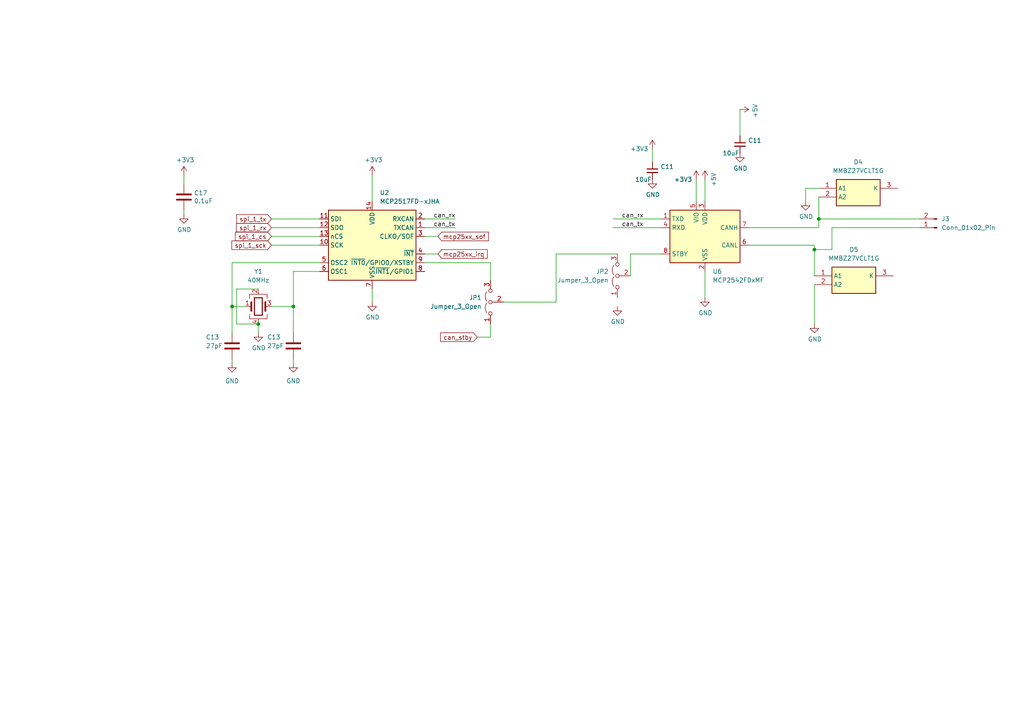
<source format=kicad_sch>
(kicad_sch (version 20230121) (generator eeschema)
  (paper "A4")
  (lib_symbols
    (symbol "Connector:Conn_01x02_Pin" (pin_names (offset 1.016) hide)
      (property "Reference" "J" (at 0 2.54 0))
      (property "Value" "Conn_01x02_Pin" (at 0 -5.08 0))
      (symbol "Conn_01x02_Pin_1_1"
        (polyline (pts (xy 1.27 -2.54) (xy 0.8636 -2.54)) (stroke (width 0.1524)))
        (polyline (pts (xy 1.27 0) (xy 0.8636 0)) (stroke (width 0.1524)))
        (rectangle (start 0.8636 -2.413) (end 0 -2.667) (stroke (width 0.1524)) (fill (type outline)))
        (rectangle (start 0.8636 0.127) (end 0 -0.127) (stroke (width 0.1524)) (fill (type outline)))
        (pin passive line (at 5.08 0 180) (length 3.81) (name "Pin_1") (number "1"))
        (pin passive line (at 5.08 -2.54 180) (length 3.81) (name "Pin_2") (number "2"))
      )
    )
    (symbol "Device:C" (pin_numbers hide) (pin_names (offset 0.254))
      (property "Reference" "C" (at 0.635 2.54 0))
      (property "Value" "C" (at 0.635 -2.54 0))
      (symbol "C_0_1"
        (polyline (pts (xy -2.032 -0.762) (xy 2.032 -0.762)) (stroke (width 0.508)))
        (polyline (pts (xy -2.032 0.762) (xy 2.032 0.762)) (stroke (width 0.508)))
      )
      (symbol "C_1_1"
        (pin passive line (at 0 3.81 270) (length 2.794) (name "~") (number "1"))
        (pin passive line (at 0 -3.81 90) (length 2.794) (name "~") (number "2"))
      )
    )
    (symbol "Device:C_Small" (pin_numbers hide) (pin_names (offset 0.254) hide)
      (property "Reference" "C" (at 0.254 1.778 0))
      (property "Value" "C_Small" (at 0.254 -2.032 0))
      (symbol "C_Small_0_1"
        (polyline (pts (xy -1.524 -0.508) (xy 1.524 -0.508)) (stroke (width 0.3302)))
        (polyline (pts (xy -1.524 0.508) (xy 1.524 0.508)) (stroke (width 0.3048)))
      )
      (symbol "C_Small_1_1"
        (pin passive line (at 0 2.54 270) (length 2.032) (name "~") (number "1"))
        (pin passive line (at 0 -2.54 90) (length 2.032) (name "~") (number "2"))
      )
    )
    (symbol "Device:Crystal_GND24" (pin_names (offset 1.016) hide)
      (property "Reference" "Y" (at 3.175 5.08 0))
      (property "Value" "Crystal_GND24" (at 3.175 3.175 0))
      (symbol "Crystal_GND24_0_1"
        (rectangle (start -1.143 2.54) (end 1.143 -2.54) (stroke (width 0.3048)))
        (polyline (pts (xy -2.54 0) (xy -2.032 0)))
        (polyline (pts (xy -2.032 -1.27) (xy -2.032 1.27)) (stroke (width 0.508)))
        (polyline (pts (xy 0 -3.81) (xy 0 -3.556)))
        (polyline (pts (xy 0 3.556) (xy 0 3.81)))
        (polyline (pts (xy 2.032 -1.27) (xy 2.032 1.27)) (stroke (width 0.508)))
        (polyline (pts (xy 2.032 0) (xy 2.54 0)))
        (polyline (pts (xy -2.54 -2.286) (xy -2.54 -3.556) (xy 2.54 -3.556) (xy 2.54 -2.286)))
        (polyline (pts (xy -2.54 2.286) (xy -2.54 3.556) (xy 2.54 3.556) (xy 2.54 2.286)))
      )
      (symbol "Crystal_GND24_1_1"
        (pin passive line (at -3.81 0 0) (length 1.27) (name "1") (number "1"))
        (pin passive line (at 0 5.08 270) (length 1.27) (name "2") (number "2"))
        (pin passive line (at 3.81 0 180) (length 1.27) (name "3") (number "3"))
        (pin passive line (at 0 -5.08 90) (length 1.27) (name "4") (number "4"))
      )
    )
    (symbol "Interface_CAN_LIN:MCP2517FD-xJHA"
      (property "Reference" "U" (at -12.7 12.7 0))
      (property "Value" "MCP2517FD-xJHA" (at 2.54 12.7 0))
      (symbol "MCP2517FD-xJHA_0_1"
        (rectangle (start -12.7 10.16) (end 12.7 -10.16) (stroke (width 0.254)) (fill (type background)))
      )
      (symbol "MCP2517FD-xJHA_1_1"
        (pin output line (at 15.24 5.08 180) (length 2.54) (name "TXCAN") (number "1"))
        (pin input line (at -15.24 0 0) (length 2.54) (name "SCK") (number "10"))
        (pin input line (at -15.24 7.62 0) (length 2.54) (name "SDI") (number "11"))
        (pin output line (at -15.24 5.08 0) (length 2.54) (name "SDO") (number "12"))
        (pin input line (at -15.24 2.54 0) (length 2.54) (name "nCS") (number "13"))
        (pin power_in line (at 0 12.7 270) (length 2.54) (name "VDD") (number "14"))
        (pin passive line (at 0 -12.7 90) (length 2.54) hide (name "VSS") (number "15"))
        (pin input line (at 15.24 7.62 180) (length 2.54) (name "RXCAN") (number "2"))
        (pin output line (at 15.24 2.54 180) (length 2.54) (name "CLKO/SOF") (number "3"))
        (pin output line (at 15.24 -2.54 180) (length 2.54) (name "~{INT}") (number "4"))
        (pin output line (at -15.24 -5.08 0) (length 2.54) (name "OSC2") (number "5"))
        (pin input line (at -15.24 -7.62 0) (length 2.54) (name "OSC1") (number "6"))
        (pin power_in line (at 0 -12.7 90) (length 2.54) (name "VSS") (number "7"))
        (pin bidirectional line (at 15.24 -7.62 180) (length 2.54) (name "~{INT1}/GPIO1") (number "8"))
        (pin bidirectional line (at 15.24 -5.08 180) (length 2.54) (name "~{INT0}/GPIO0/XSTBY") (number "9"))
      )
    )
    (symbol "Interface_CAN_LIN:MCP2542FDxMF"
      (property "Reference" "U" (at -10.16 8.89 0))
      (property "Value" "MCP2542FDxMF" (at 2.54 8.89 0))
      (symbol "MCP2542FDxMF_0_1"
        (rectangle (start -10.16 7.62) (end 10.16 -7.62) (stroke (width 0.254)) (fill (type background)))
      )
      (symbol "MCP2542FDxMF_1_1"
        (pin input line (at -12.7 5.08 0) (length 2.54) (name "TXD") (number "1"))
        (pin power_in line (at 0 -10.16 90) (length 2.54) (name "VSS") (number "2"))
        (pin power_in line (at 0 10.16 270) (length 2.54) (name "VDD") (number "3"))
        (pin output line (at -12.7 2.54 0) (length 2.54) (name "RXD") (number "4"))
        (pin power_in line (at -2.54 10.16 270) (length 2.54) (name "VIO") (number "5"))
        (pin bidirectional line (at 12.7 -2.54 180) (length 2.54) (name "CANL") (number "6"))
        (pin bidirectional line (at 12.7 2.54 180) (length 2.54) (name "CANH") (number "7"))
        (pin input line (at -12.7 -5.08 0) (length 2.54) (name "STBY") (number "8"))
        (pin passive line (at 0 -10.16 90) (length 2.54) hide (name "VSS") (number "9"))
      )
    )
    (symbol "Jumper:Jumper_3_Open" (pin_names (offset 0) hide)
      (property "Reference" "JP" (at -2.54 -2.54 0))
      (property "Value" "Jumper_3_Open" (at 0 2.794 0))
      (symbol "Jumper_3_Open_0_0"
        (circle (center -3.302 0) (radius 0.508))
        (circle (center 0 0) (radius 0.508))
        (circle (center 3.302 0) (radius 0.508))
      )
      (symbol "Jumper_3_Open_0_1"
        (arc (start -0.254 1.016) (mid -1.651 1.4992) (end -3.048 1.016))
        (polyline (pts (xy 0 -0.508) (xy 0 -1.27)))
        (arc (start 3.048 1.016) (mid 1.651 1.4992) (end 0.254 1.016))
      )
      (symbol "Jumper_3_Open_1_1"
        (pin passive line (at -6.35 0 0) (length 2.54) (name "A") (number "1"))
        (pin passive line (at 0 -3.81 90) (length 2.54) (name "C") (number "2"))
        (pin passive line (at 6.35 0 180) (length 2.54) (name "B") (number "3"))
      )
    )
    (symbol "MMBZ27VCLT1G:MMBZ27VCLT1G"
      (property "Reference" "D" (at 19.05 7.62 0))
      (property "Value" "MMBZ27VCLT1G" (at 19.05 5.08 0))
      (symbol "MMBZ27VCLT1G_1_1"
        (rectangle (start 5.08 2.54) (end 17.78 -5.08) (stroke (width 0.254)) (fill (type background)))
        (pin passive line (at 0 0 0) (length 5.08) (name "A1") (number "1"))
        (pin passive line (at 0 -2.54 0) (length 5.08) (name "A2") (number "2"))
        (pin passive line (at 22.86 0 180) (length 5.08) (name "K") (number "3"))
      )
    )
    (symbol "power:+5V" (power) (pin_names (offset 0))
      (property "Value" "+5V" (at 0 3.556 0))
      (symbol "+5V_0_1"
        (polyline (pts (xy -0.762 1.27) (xy 0 2.54)))
        (polyline (pts (xy 0 0) (xy 0 2.54)))
        (polyline (pts (xy 0 2.54) (xy 0.762 1.27)))
      )
      (symbol "+5V_1_1"
        (pin power_in line (at 0 0 90) (length 0) hide (name "+5V") (number "1"))
      )
    )
    (symbol "power:GND" (power) (pin_names (offset 0))
      (property "Value" "GND" (at 0 -3.81 0))
      (symbol "GND_0_1"
        (polyline (pts (xy 0 0) (xy 0 -1.27) (xy 1.27 -1.27) (xy 0 -2.54) (xy -1.27 -1.27) (xy 0 -1.27)))
      )
      (symbol "GND_1_1"
        (pin power_in line (at 0 0 270) (length 0) hide (name "GND") (number "1"))
      )
    )
    (symbol "rpi-pico-debugger-shoe-rescue:+3.3V-power" (power) (pin_names (offset 0))
      (property "Value" "+3.3V-power" (at 0 3.556 0))
      (symbol "+3.3V-power_0_1"
        (polyline (pts (xy -0.762 1.27) (xy 0 2.54)))
        (polyline (pts (xy 0 0) (xy 0 2.54)))
        (polyline (pts (xy 0 2.54) (xy 0.762 1.27)))
      )
      (symbol "+3.3V-power_1_1"
        (pin power_in line (at 0 0 90) (length 0) hide (name "+3V3") (number "1"))
      )
    )
  )
  (junction (at 67.31 88.9))
  (junction (at 236.22 72.39))
  (junction (at 85.09 88.9))
  (junction (at 237.49 63.5))
  (junction (at 74.93 93.98))
  (wire (pts (xy 237.49 57.15) (xy 237.49 63.5)))
  (wire (pts (xy 182.88 73.66) (xy 182.88 80.01)))
  (wire (pts (xy 236.22 82.55) (xy 236.22 93.98)))
  (wire (pts (xy 67.31 76.2) (xy 67.31 88.9)))
  (wire (pts (xy 177.8 66.04) (xy 191.77 66.04)))
  (wire (pts (xy 74.93 83.82) (xy 68.58 83.82)))
  (wire (pts (xy 214.63 31.75) (xy 214.63 39.37)))
  (wire (pts (xy 236.22 80.01) (xy 236.22 72.39)))
  (wire (pts (xy 123.19 66.04) (xy 132.08 66.04)))
  (wire (pts (xy 53.34 50.8) (xy 53.34 53.34)))
  (wire (pts (xy 85.09 88.9) (xy 85.09 96.52)))
  (wire (pts (xy 161.29 73.66) (xy 179.07 73.66)))
  (wire (pts (xy 74.93 93.98) (xy 74.93 96.52)))
  (wire (pts (xy 237.49 66.04) (xy 217.17 66.04)))
  (wire (pts (xy 191.77 73.66) (xy 182.88 73.66)))
  (wire (pts (xy 189.23 43.18) (xy 189.23 46.99)))
  (wire (pts (xy 67.31 76.2) (xy 92.71 76.2)))
  (wire (pts (xy 85.09 104.14) (xy 85.09 105.41)))
  (wire (pts (xy 237.49 63.5) (xy 237.49 66.04)))
  (wire (pts (xy 78.74 68.58) (xy 92.71 68.58)))
  (wire (pts (xy 241.3 72.39) (xy 236.22 72.39)))
  (wire (pts (xy 53.34 60.96) (xy 53.34 62.23)))
  (wire (pts (xy 177.8 63.5) (xy 191.77 63.5)))
  (wire (pts (xy 241.3 66.04) (xy 241.3 72.39)))
  (wire (pts (xy 85.09 78.74) (xy 85.09 88.9)))
  (wire (pts (xy 107.95 83.82) (xy 107.95 87.63)))
  (wire (pts (xy 123.19 73.66) (xy 127 73.66)))
  (wire (pts (xy 266.7 63.5) (xy 237.49 63.5)))
  (wire (pts (xy 236.22 71.12) (xy 217.17 71.12)))
  (wire (pts (xy 92.71 78.74) (xy 85.09 78.74)))
  (wire (pts (xy 67.31 88.9) (xy 71.12 88.9)))
  (wire (pts (xy 266.7 66.04) (xy 241.3 66.04)))
  (wire (pts (xy 142.24 76.2) (xy 142.24 81.28)))
  (wire (pts (xy 123.19 63.5) (xy 132.08 63.5)))
  (wire (pts (xy 68.58 83.82) (xy 68.58 93.98)))
  (wire (pts (xy 204.47 78.74) (xy 204.47 86.36)))
  (wire (pts (xy 236.22 72.39) (xy 236.22 71.12)))
  (wire (pts (xy 123.19 68.58) (xy 127 68.58)))
  (wire (pts (xy 142.24 93.98) (xy 142.24 97.79)))
  (wire (pts (xy 85.09 88.9) (xy 78.74 88.9)))
  (wire (pts (xy 107.95 50.8) (xy 107.95 58.42)))
  (wire (pts (xy 123.19 76.2) (xy 142.24 76.2)))
  (wire (pts (xy 78.74 66.04) (xy 92.71 66.04)))
  (wire (pts (xy 68.58 93.98) (xy 74.93 93.98)))
  (wire (pts (xy 67.31 88.9) (xy 67.31 96.52)))
  (wire (pts (xy 161.29 73.66) (xy 161.29 87.63)))
  (wire (pts (xy 233.68 54.61) (xy 233.68 58.42)))
  (wire (pts (xy 78.74 63.5) (xy 92.71 63.5)))
  (wire (pts (xy 67.31 104.14) (xy 67.31 105.41)))
  (wire (pts (xy 233.68 54.61) (xy 237.49 54.61)))
  (wire (pts (xy 204.47 52.07) (xy 204.47 58.42)))
  (wire (pts (xy 201.93 52.07) (xy 201.93 58.42)))
  (wire (pts (xy 146.05 87.63) (xy 161.29 87.63)))
  (wire (pts (xy 78.74 71.12) (xy 92.71 71.12)))
  (wire (pts (xy 142.24 97.79) (xy 138.43 97.79)))
  (label "can_rx" (at 180.34 63.5 0))
  (label "can_tx" (at 125.73 66.04 0))
  (label "can_tx" (at 180.34 66.04 0))
  (label "can_rx" (at 125.73 63.5 0))
  (global_label "spi_1_tx" (shape input) (at 78.74 63.5 180) (property "Intersheetrefs" "${INTERSHEET_REFS}" (effects hide)))
  (global_label "mcp25xx_irq" (shape input) (at 127 73.66 0) (property "Intersheetrefs" "${INTERSHEET_REFS}" (effects hide)))
  (global_label "spi_1_sck" (shape input) (at 78.74 71.12 180) (property "Intersheetrefs" "${INTERSHEET_REFS}" (effects hide)))
  (global_label "mcp25xx_sof" (shape input) (at 127 68.58 0) (property "Intersheetrefs" "${INTERSHEET_REFS}" (effects hide)))
  (global_label "spi_1_cs" (shape input) (at 78.74 68.58 180) (property "Intersheetrefs" "${INTERSHEET_REFS}" (effects hide)))
  (global_label "spi_1_rx" (shape input) (at 78.74 66.04 180) (property "Intersheetrefs" "${INTERSHEET_REFS}" (effects hide)))
  (global_label "can_stby" (shape input) (at 138.43 97.79 180) (property "Intersheetrefs" "${INTERSHEET_REFS}" (effects hide)))
  (symbol (lib_id "power:GND") (at 233.68 58.42 0) (unit 1)
    (property "Reference" "#PWR09" (effects hide))
    (property "Value" "GND" (at 233.807 62.8142 0))
    (instances (project "rpi-pico-debugger-shoe" (path "" (reference "#PWR09") (unit 1))) (project "ltp_kikad" (path "" (reference "#PWR051") (unit 1)) (path "" (reference "#PWR0110") (unit 1))))
  )
  (symbol (lib_id "power:GND") (at 67.31 105.41 0) (unit 1)
    (property "Reference" "#PWR0117" (effects hide))
    (property "Value" "GND" (at 67.31 110.49 0))
    (instances (project "rpi-pico-debugger-shoe" (path "" (reference "#PWR0117") (unit 1))) (project "ltp_kikad" (path "" (reference "#PWR097") (unit 1)) (path "" (reference "#PWR0100") (unit 1))))
  )
  (symbol (lib_id "Device:C") (at 67.31 100.33 0) (unit 1)
    (property "Reference" "C13" (at 59.69 97.79 0) (effects (justify left)))
    (property "Value" "27pF" (at 59.69 100.33 0) (effects (justify left)))
    (property "Footprint" "Capacitor_SMD:C_0402_1005Metric" (effects hide))
    (property "Digi-Key_PN" "311-1063-1-ND" (effects hide))
    (instances (project "rpi-pico-debugger-shoe" (path "" (reference "C13") (unit 1))) (project "ltp_kikad" (path "" (reference "C34") (unit 1)) (path "" (reference "C30") (unit 1))))
  )
  (symbol (lib_id "power:GND") (at 74.93 96.52 0) (unit 1)
    (property "Reference" "#PWR09" (effects hide))
    (property "Value" "GND" (at 75.057 100.9142 0))
    (instances (project "rpi-pico-debugger-shoe" (path "" (reference "#PWR09") (unit 1))) (project "ltp_kikad" (path "" (reference "#PWR051") (unit 1)) (path "" (reference "#PWR099") (unit 1))))
  )
  (symbol (lib_id "rpi-pico-debugger-shoe-rescue:+3.3V-power") (at 189.23 43.18 0) (unit 1)
    (property "Reference" "#PWR0104" (effects hide))
    (property "Value" "+3.3V" (at 185.42 43.18 0))
    (instances (project "rpi-pico-debugger-shoe" (path "" (reference "#PWR0104") (unit 1))) (project "ltp_kikad" (path "" (reference "#PWR056") (unit 1)) (path "" (reference "#PWR0112") (unit 1))))
  )
  (symbol (lib_id "Interface_CAN_LIN:MCP2542FDxMF") (at 204.47 68.58 0) (unit 1)
    (property "Reference" "U6" (at 206.6641 78.74 0) (effects (justify left)))
    (property "Value" "MCP2542FDxMF" (at 206.6641 81.28 0) (effects (justify left)))
    (property "Footprint" "Package_DFN_QFN:DFN-8-1EP_3x3mm_P0.65mm_EP1.55x2.4mm" (effects hide))
    (property "Datasheet" "http://ww1.microchip.com/downloads/en/DeviceDoc/MCP2542FD-4FD-MCP2542WFD-4WFD-Data-Sheet20005514B.pdf" (effects hide))
  )
  (symbol (lib_id "Device:C_Small") (at 189.23 49.53 0) (unit 1)
    (property "Reference" "C11" (at 191.5668 48.3616 0) (effects (justify left)))
    (property "Value" "10uF" (at 184.15 52.07 0) (effects (justify left)))
    (property "Footprint" "Capacitor_SMD:C_0402_1005Metric" (effects hide))
    (instances (project "LTP305_ESP32_CLOCK" (path "" (reference "C11") (unit 1))) (project "ltp_kikad" (path "" (reference "C17") (unit 1)) (path "" (reference "C38") (unit 1))))
  )
  (symbol (lib_id "Interface_CAN_LIN:MCP2517FD-xJHA") (at 107.95 71.12 0) (unit 1)
    (property "Reference" "U2" (at 110.1441 55.88 0) (effects (justify left)))
    (property "Value" "MCP2517FD-xJHA" (at 110.1441 58.42 0) (effects (justify left)))
    (property "Footprint" "Package_DFN_QFN:DFN-14-1EP_3x4.5mm_P0.65mm_EP1.65x4.25mm" (effects hide))
    (property "Datasheet" "https://ww1.microchip.com/downloads/en/DeviceDoc/20005688A.pdf" (effects hide))
  )
  (symbol (lib_id "Jumper:Jumper_3_Open") (at 142.24 87.63 90) (unit 1)
    (property "Reference" "JP1" (at 139.7 86.36 90) (effects (justify left)))
    (property "Value" "Jumper_3_Open" (at 139.7 88.9 90) (effects (justify left)))
    (property "Footprint" "Jumper:SolderJumper-3_P1.3mm_Open_RoundedPad1.0x1.5mm" (effects hide))
  )
  (symbol (lib_id "rpi-pico-debugger-shoe-rescue:+3.3V-power") (at 107.95 50.8 0) (unit 1)
    (property "Reference" "#PWR0104" (effects hide))
    (property "Value" "+3.3V" (at 108.331 46.4058 0))
    (instances (project "rpi-pico-debugger-shoe" (path "" (reference "#PWR0104") (unit 1))) (project "ltp_kikad" (path "" (reference "#PWR056") (unit 1)) (path "" (reference "#PWR0104") (unit 1))))
  )
  (symbol (lib_id "power:GND") (at 179.07 88.9 0) (unit 1)
    (property "Reference" "#PWR09" (effects hide))
    (property "Value" "GND" (at 179.197 93.2942 0))
    (instances (project "rpi-pico-debugger-shoe" (path "" (reference "#PWR09") (unit 1))) (project "ltp_kikad" (path "" (reference "#PWR051") (unit 1)) (path "" (reference "#PWR0113") (unit 1))))
  )
  (symbol (lib_id "power:+5V") (at 204.47 52.07 0) (unit 1)
    (property "Reference" "#PWR08" (effects hide))
    (property "Value" "+5V" (at 207.01 52.07 90))
    (instances (project "LTP305_ESP32_CLOCK" (path "" (reference "#PWR08") (unit 1))) (project "ltp_kikad" (path "" (reference "#PWR01") (unit 1)) (path "" (reference "#PWR02") (unit 1)) (path "" (reference "#PWR057") (unit 1)) (path "" (reference "#PWR0106") (unit 1))))
  )
  (symbol (lib_id "power:GND") (at 85.09 105.41 0) (unit 1)
    (property "Reference" "#PWR0117" (effects hide))
    (property "Value" "GND" (at 85.09 110.49 0))
    (instances (project "rpi-pico-debugger-shoe" (path "" (reference "#PWR0117") (unit 1))) (project "ltp_kikad" (path "" (reference "#PWR097") (unit 1)) (path "" (reference "#PWR0102") (unit 1))))
  )
  (symbol (lib_id "Device:C") (at 53.34 57.15 0) (unit 1)
    (property "Reference" "C17" (at 56.261 55.9816 0) (effects (justify left)))
    (property "Value" "0.1uF" (at 56.261 58.293 0) (effects (justify left)))
    (property "Footprint" "Capacitor_SMD:C_0402_1005Metric" (effects hide))
    (property "Digi-Key_PN" "311-1344-1-ND" (effects hide))
    (instances (project "rpi-pico-debugger-shoe" (path "" (reference "C17") (unit 1))) (project "ltp_kikad" (path "" (reference "C21") (unit 1)) (path "" (reference "C37") (unit 1))))
  )
  (symbol (lib_id "power:GND") (at 53.34 62.23 0) (unit 1)
    (property "Reference" "#PWR02" (effects hide))
    (property "Value" "GND" (at 53.467 66.6242 0))
    (instances (project "rpi-pico-debugger-shoe" (path "" (reference "#PWR02") (unit 1))) (project "ltp_kikad" (path "" (reference "#PWR044") (unit 1)) (path "" (reference "#PWR0108") (unit 1))))
  )
  (symbol (lib_id "power:GND") (at 189.23 52.07 0) (unit 1)
    (property "Reference" "#PWR038" (effects hide))
    (property "Value" "GND" (at 189.357 56.4642 0))
    (instances (project "LTP305_ESP32_CLOCK" (path "" (reference "#PWR038") (unit 1))) (project "ltp_kikad" (path "" (reference "#PWR034") (unit 1)) (path "" (reference "#PWR0111") (unit 1))))
  )
  (symbol (lib_id "MMBZ27VCLT1G:MMBZ27VCLT1G") (at 237.49 54.61 0) (unit 1)
    (property "Reference" "D4" (at 248.92 46.99 0))
    (property "Value" "MMBZ27VCLT1G" (at 248.92 49.53 0))
    (property "Footprint" "LTP-305G:SOT96P237X111-3N" (effects hide))
    (property "Datasheet" "http://www.onsemi.com/pub/Collateral/MMBZ15VDLT1-D.PDF" (effects hide))
    (property "Height" "1.11" (effects hide))
    (property "Manufacturer_Name" "onsemi" (effects hide))
    (property "Manufacturer_Part_Number" "MMBZ27VCLT1G" (effects hide))
    (property "Mouser Part Number" "863-MMBZ27VCLT1G" (effects hide))
    (property "Mouser Price/Stock" "https://www.mouser.co.uk/ProductDetail/onsemi/MMBZ27VCLT1G?qs=P4IOph%252Bbot%2FeVOf3LAMmTg%3D%3D" (effects hide))
    (property "Arrow Part Number" "MMBZ27VCLT1G" (effects hide))
    (property "Arrow Price/Stock" "https://www.arrow.com/en/products/mmbz27vclt1g/on-semiconductor?region=nac" (effects hide))
  )
  (symbol (lib_id "Connector:Conn_01x02_Pin") (at 271.78 66.04 180) (unit 1)
    (property "Reference" "J3" (at 273.05 63.5 0) (effects (justify right)))
    (property "Value" "Conn_01x02_Pin" (at 273.05 66.04 0) (effects (justify right)))
    (property "Footprint" "Connector_PinHeader_1.27mm:PinHeader_1x02_P1.27mm_Vertical" (effects hide))
  )
  (symbol (lib_id "Device:Crystal_GND24") (at 74.93 88.9 0) (unit 1)
    (property "Reference" "Y1" (at 74.93 78.74 0))
    (property "Value" "40MHz" (at 74.93 81.28 0))
    (property "Footprint" "Crystal:Crystal_SMD_Abracon_ABM8G-4Pin_3.2x2.5mm" (effects hide))
  )
  (symbol (lib_id "rpi-pico-debugger-shoe-rescue:+3.3V-power") (at 201.93 52.07 0) (unit 1)
    (property "Reference" "#PWR0104" (effects hide))
    (property "Value" "+3.3V" (at 198.12 52.07 0))
    (instances (project "rpi-pico-debugger-shoe" (path "" (reference "#PWR0104") (unit 1))) (project "ltp_kikad" (path "" (reference "#PWR056") (unit 1)) (path "" (reference "#PWR0105") (unit 1))))
  )
  (symbol (lib_id "Device:C") (at 85.09 100.33 0) (unit 1)
    (property "Reference" "C13" (at 77.47 97.79 0) (effects (justify left)))
    (property "Value" "27pF" (at 77.47 100.33 0) (effects (justify left)))
    (property "Footprint" "Capacitor_SMD:C_0402_1005Metric" (effects hide))
    (property "Digi-Key_PN" "311-1063-1-ND" (effects hide))
    (instances (project "rpi-pico-debugger-shoe" (path "" (reference "C13") (unit 1))) (project "ltp_kikad" (path "" (reference "C34") (unit 1)) (path "" (reference "C36") (unit 1))))
  )
  (symbol (lib_id "rpi-pico-debugger-shoe-rescue:+3.3V-power") (at 53.34 50.8 0) (unit 1)
    (property "Reference" "#PWR01" (effects hide))
    (property "Value" "+3.3V" (at 53.721 46.4058 0))
    (instances (project "rpi-pico-debugger-shoe" (path "" (reference "#PWR01") (unit 1))) (project "ltp_kikad" (path "" (reference "#PWR043") (unit 1)) (path "" (reference "#PWR0107") (unit 1))))
  )
  (symbol (lib_id "power:+5V") (at 214.63 31.75 270) (unit 1)
    (property "Reference" "#PWR08" (effects hide))
    (property "Value" "+5V" (at 219.0242 32.131 0))
    (instances (project "LTP305_ESP32_CLOCK" (path "" (reference "#PWR08") (unit 1))) (project "ltp_kikad" (path "" (reference "#PWR033") (unit 1)) (path "" (reference "#PWR033") (unit 1))))
  )
  (symbol (lib_id "Device:C_Small") (at 214.63 41.91 0) (unit 1)
    (property "Reference" "C11" (at 216.9668 40.7416 0) (effects (justify left)))
    (property "Value" "10uF" (at 209.55 44.45 0) (effects (justify left)))
    (property "Footprint" "Capacitor_SMD:C_0402_1005Metric" (effects hide))
    (instances (project "LTP305_ESP32_CLOCK" (path "" (reference "C11") (unit 1))) (project "ltp_kikad" (path "" (reference "C17") (unit 1)) (path "" (reference "C17") (unit 1))))
  )
  (symbol (lib_id "power:GND") (at 204.47 86.36 0) (unit 1)
    (property "Reference" "#PWR09" (effects hide))
    (property "Value" "GND" (at 204.597 90.7542 0))
    (instances (project "rpi-pico-debugger-shoe" (path "" (reference "#PWR09") (unit 1))) (project "ltp_kikad" (path "" (reference "#PWR051") (unit 1)) (path "" (reference "#PWR0103") (unit 1))))
  )
  (symbol (lib_id "power:GND") (at 236.22 93.98 0) (unit 1)
    (property "Reference" "#PWR09" (effects hide))
    (property "Value" "GND" (at 236.347 98.3742 0))
    (instances (project "rpi-pico-debugger-shoe" (path "" (reference "#PWR09") (unit 1))) (project "ltp_kikad" (path "" (reference "#PWR051") (unit 1)) (path "" (reference "#PWR0109") (unit 1))))
  )
  (symbol (lib_id "power:GND") (at 214.63 44.45 0) (unit 1)
    (property "Reference" "#PWR038" (effects hide))
    (property "Value" "GND" (at 214.757 48.8442 0))
    (instances (project "LTP305_ESP32_CLOCK" (path "" (reference "#PWR038") (unit 1))) (project "ltp_kikad" (path "" (reference "#PWR034") (unit 1)) (path "" (reference "#PWR034") (unit 1))))
  )
  (symbol (lib_id "Jumper:Jumper_3_Open") (at 179.07 80.01 90) (unit 1)
    (property "Reference" "JP2" (at 176.53 78.74 90) (effects (justify left)))
    (property "Value" "Jumper_3_Open" (at 176.53 81.28 90) (effects (justify left)))
    (property "Footprint" "Jumper:SolderJumper-3_P1.3mm_Open_RoundedPad1.0x1.5mm" (effects hide))
  )
  (symbol (lib_id "power:GND") (at 107.95 87.63 0) (unit 1)
    (property "Reference" "#PWR09" (effects hide))
    (property "Value" "GND" (at 108.077 92.0242 0))
    (instances (project "rpi-pico-debugger-shoe" (path "" (reference "#PWR09") (unit 1))) (project "ltp_kikad" (path "" (reference "#PWR051") (unit 1)) (path "" (reference "#PWR067") (unit 1))))
  )
  (symbol (lib_id "MMBZ27VCLT1G:MMBZ27VCLT1G") (at 236.22 80.01 0) (unit 1)
    (property "Reference" "D5" (at 247.65 72.39 0))
    (property "Value" "MMBZ27VCLT1G" (at 247.65 74.93 0))
    (property "Footprint" "LTP-305G:SOT96P237X111-3N" (effects hide))
    (property "Datasheet" "http://www.onsemi.com/pub/Collateral/MMBZ15VDLT1-D.PDF" (effects hide))
    (property "Height" "1.11" (effects hide))
    (property "Manufacturer_Name" "onsemi" (effects hide))
    (property "Manufacturer_Part_Number" "MMBZ27VCLT1G" (effects hide))
    (property "Mouser Part Number" "863-MMBZ27VCLT1G" (effects hide))
    (property "Mouser Price/Stock" "https://www.mouser.co.uk/ProductDetail/onsemi/MMBZ27VCLT1G?qs=P4IOph%252Bbot%2FeVOf3LAMmTg%3D%3D" (effects hide))
    (property "Arrow Part Number" "MMBZ27VCLT1G" (effects hide))
    (property "Arrow Price/Stock" "https://www.arrow.com/en/products/mmbz27vclt1g/on-semiconductor?region=nac" (effects hide))
  )
)
</source>
